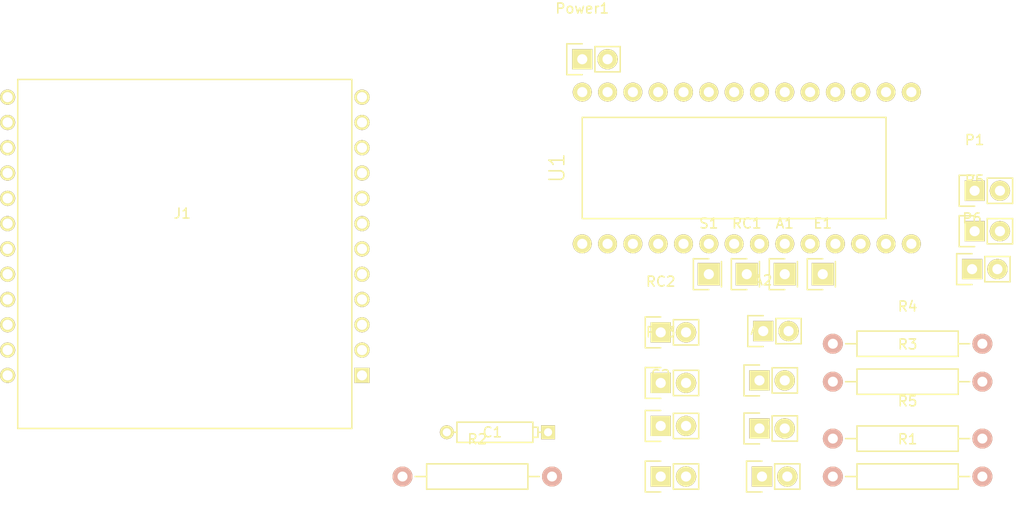
<source format=kicad_pcb>
(kicad_pcb (version 4) (host pcbnew 4.0.1-stable)

  (general
    (links 36)
    (no_connects 36)
    (area 111.9791 74.415 197.365 118.6405)
    (thickness 1.6)
    (drawings 0)
    (tracks 0)
    (zones 0)
    (modules 24)
    (nets 57)
  )

  (page A4)
  (layers
    (0 F.Cu signal)
    (31 B.Cu signal)
    (32 B.Adhes user)
    (33 F.Adhes user)
    (34 B.Paste user)
    (35 F.Paste user)
    (36 B.SilkS user)
    (37 F.SilkS user)
    (38 B.Mask user)
    (39 F.Mask user)
    (40 Dwgs.User user)
    (41 Cmts.User user)
    (42 Eco1.User user)
    (43 Eco2.User user)
    (44 Edge.Cuts user)
    (45 Margin user)
    (46 B.CrtYd user)
    (47 F.CrtYd user)
    (48 B.Fab user)
    (49 F.Fab user)
  )

  (setup
    (last_trace_width 0.25)
    (trace_clearance 0.2)
    (zone_clearance 0.508)
    (zone_45_only no)
    (trace_min 0.2)
    (segment_width 0.2)
    (edge_width 0.1)
    (via_size 0.6)
    (via_drill 0.4)
    (via_min_size 0.4)
    (via_min_drill 0.3)
    (uvia_size 0.3)
    (uvia_drill 0.1)
    (uvias_allowed no)
    (uvia_min_size 0.2)
    (uvia_min_drill 0.1)
    (pcb_text_width 0.3)
    (pcb_text_size 1.5 1.5)
    (mod_edge_width 0.15)
    (mod_text_size 1 1)
    (mod_text_width 0.15)
    (pad_size 1.9 1.9)
    (pad_drill 1.016)
    (pad_to_mask_clearance 0)
    (aux_axis_origin 0 0)
    (visible_elements 7FFFFFFF)
    (pcbplotparams
      (layerselection 0x00030_80000001)
      (usegerberextensions false)
      (excludeedgelayer true)
      (linewidth 0.100000)
      (plotframeref false)
      (viasonmask false)
      (mode 1)
      (useauxorigin false)
      (hpglpennumber 1)
      (hpglpenspeed 20)
      (hpglpendiameter 15)
      (hpglpenoverlay 2)
      (psnegative false)
      (psa4output false)
      (plotreference true)
      (plotvalue true)
      (plotinvisibletext false)
      (padsonsilk false)
      (subtractmaskfromsilk false)
      (outputformat 1)
      (mirror false)
      (drillshape 1)
      (scaleselection 1)
      (outputdirectory ""))
  )

  (net 0 "")
  (net 1 "Net-(A1-Pad1)")
  (net 2 +5V)
  (net 3 "Net-(A2-Pad2)")
  (net 4 "Net-(A3-Pad1)")
  (net 5 "Net-(A3-Pad2)")
  (net 6 "Net-(C1-Pad1)")
  (net 7 Earth)
  (net 8 "Net-(E1-Pad1)")
  (net 9 "Net-(E2-Pad2)")
  (net 10 "Net-(E3-Pad1)")
  (net 11 "Net-(E3-Pad2)")
  (net 12 "Net-(J1-Pad2)")
  (net 13 "Net-(J1-Pad3)")
  (net 14 "Net-(J1-Pad4)")
  (net 15 "Net-(J1-Pad6)")
  (net 16 "Net-(J1-Pad7)")
  (net 17 "Net-(J1-Pad8)")
  (net 18 "Net-(J1-Pad9)")
  (net 19 "Net-(J1-Pad10)")
  (net 20 "Net-(J1-Pad15)")
  (net 21 "Net-(J1-Pad16)")
  (net 22 "Net-(J1-Pad17)")
  (net 23 "Net-(J1-Pad18)")
  (net 24 "Net-(J1-Pad19)")
  (net 25 "Net-(J1-Pad20)")
  (net 26 "Net-(J1-Pad21)")
  (net 27 "Net-(J1-Pad22)")
  (net 28 "Net-(J1-Pad23)")
  (net 29 "Net-(P1-Pad1)")
  (net 30 "Net-(P5-Pad1)")
  (net 31 "Net-(P6-Pad1)")
  (net 32 "Net-(R4-Pad1)")
  (net 33 "Net-(R5-Pad1)")
  (net 34 "Net-(RC1-Pad1)")
  (net 35 "Net-(RC2-Pad2)")
  (net 36 "Net-(RC3-Pad1)")
  (net 37 "Net-(S1-Pad1)")
  (net 38 "Net-(S2-Pad2)")
  (net 39 "Net-(S3-Pad1)")
  (net 40 "Net-(U1-Pad2)")
  (net 41 "Net-(U1-Pad3)")
  (net 42 "Net-(U1-Pad4)")
  (net 43 "Net-(U1-Pad9)")
  (net 44 "Net-(U1-Pad13)")
  (net 45 "Net-(U1-Pad14)")
  (net 46 "Net-(U1-Pad15)")
  (net 47 "Net-(U1-Pad16)")
  (net 48 "Net-(U1-Pad17)")
  (net 49 "Net-(U1-Pad18)")
  (net 50 "Net-(U1-Pad19)")
  (net 51 "Net-(U1-Pad20)")
  (net 52 "Net-(U1-Pad21)")
  (net 53 "Net-(U1-Pad22)")
  (net 54 "Net-(U1-Pad23)")
  (net 55 "Net-(U1-Pad24)")
  (net 56 "Net-(U1-Pad25)")

  (net_class Default "This is the default net class."
    (clearance 0.2)
    (trace_width 0.25)
    (via_dia 0.6)
    (via_drill 0.4)
    (uvia_dia 0.3)
    (uvia_drill 0.1)
    (add_net +5V)
    (add_net Earth)
    (add_net "Net-(A1-Pad1)")
    (add_net "Net-(A2-Pad2)")
    (add_net "Net-(A3-Pad1)")
    (add_net "Net-(A3-Pad2)")
    (add_net "Net-(C1-Pad1)")
    (add_net "Net-(E1-Pad1)")
    (add_net "Net-(E2-Pad2)")
    (add_net "Net-(E3-Pad1)")
    (add_net "Net-(E3-Pad2)")
    (add_net "Net-(J1-Pad10)")
    (add_net "Net-(J1-Pad15)")
    (add_net "Net-(J1-Pad16)")
    (add_net "Net-(J1-Pad17)")
    (add_net "Net-(J1-Pad18)")
    (add_net "Net-(J1-Pad19)")
    (add_net "Net-(J1-Pad2)")
    (add_net "Net-(J1-Pad20)")
    (add_net "Net-(J1-Pad21)")
    (add_net "Net-(J1-Pad22)")
    (add_net "Net-(J1-Pad23)")
    (add_net "Net-(J1-Pad3)")
    (add_net "Net-(J1-Pad4)")
    (add_net "Net-(J1-Pad6)")
    (add_net "Net-(J1-Pad7)")
    (add_net "Net-(J1-Pad8)")
    (add_net "Net-(J1-Pad9)")
    (add_net "Net-(P1-Pad1)")
    (add_net "Net-(P5-Pad1)")
    (add_net "Net-(P6-Pad1)")
    (add_net "Net-(R4-Pad1)")
    (add_net "Net-(R5-Pad1)")
    (add_net "Net-(RC1-Pad1)")
    (add_net "Net-(RC2-Pad2)")
    (add_net "Net-(RC3-Pad1)")
    (add_net "Net-(S1-Pad1)")
    (add_net "Net-(S2-Pad2)")
    (add_net "Net-(S3-Pad1)")
    (add_net "Net-(U1-Pad13)")
    (add_net "Net-(U1-Pad14)")
    (add_net "Net-(U1-Pad15)")
    (add_net "Net-(U1-Pad16)")
    (add_net "Net-(U1-Pad17)")
    (add_net "Net-(U1-Pad18)")
    (add_net "Net-(U1-Pad19)")
    (add_net "Net-(U1-Pad2)")
    (add_net "Net-(U1-Pad20)")
    (add_net "Net-(U1-Pad21)")
    (add_net "Net-(U1-Pad22)")
    (add_net "Net-(U1-Pad23)")
    (add_net "Net-(U1-Pad24)")
    (add_net "Net-(U1-Pad25)")
    (add_net "Net-(U1-Pad3)")
    (add_net "Net-(U1-Pad4)")
    (add_net "Net-(U1-Pad9)")
  )

  (module Socket_Strips:Socket_Strip_Straight_1x01 (layer F.Cu) (tedit 54E9F79C) (tstamp 56EDDC48)
    (at 183.134 93.98)
    (descr "Through hole socket strip")
    (tags "socket strip")
    (path /56EA0027)
    (fp_text reference A1 (at 0 -5.1) (layer F.SilkS)
      (effects (font (size 1 1) (thickness 0.15)))
    )
    (fp_text value CONN_01X01 (at 0 -3.1) (layer F.Fab)
      (effects (font (size 1 1) (thickness 0.15)))
    )
    (fp_line (start -1.75 -1.75) (end -1.75 1.75) (layer F.CrtYd) (width 0.05))
    (fp_line (start 1.75 -1.75) (end 1.75 1.75) (layer F.CrtYd) (width 0.05))
    (fp_line (start -1.75 -1.75) (end 1.75 -1.75) (layer F.CrtYd) (width 0.05))
    (fp_line (start -1.75 1.75) (end 1.75 1.75) (layer F.CrtYd) (width 0.05))
    (fp_line (start 1.27 1.27) (end 1.27 -1.27) (layer F.SilkS) (width 0.15))
    (fp_line (start -1.55 -1.55) (end 0 -1.55) (layer F.SilkS) (width 0.15))
    (fp_line (start -1.55 -1.55) (end -1.55 1.55) (layer F.SilkS) (width 0.15))
    (fp_line (start -1.55 1.55) (end 0 1.55) (layer F.SilkS) (width 0.15))
    (pad 1 thru_hole rect (at 0 0) (size 2.2352 2.2352) (drill 1.016) (layers *.Cu *.Mask F.SilkS)
      (net 1 "Net-(A1-Pad1)"))
    (model Socket_Strips.3dshapes/Socket_Strip_Straight_1x01.wrl
      (at (xyz 0 0 0))
      (scale (xyz 1 1 1))
      (rotate (xyz 0 0 180))
    )
  )

  (module Socket_Strips:Socket_Strip_Straight_1x02 (layer F.Cu) (tedit 54E9F75E) (tstamp 56EDDC4E)
    (at 180.975 99.695)
    (descr "Through hole socket strip")
    (tags "socket strip")
    (path /56E9FDCE)
    (fp_text reference A2 (at 0 -5.1) (layer F.SilkS)
      (effects (font (size 1 1) (thickness 0.15)))
    )
    (fp_text value CONN_01X02 (at 0 -3.1) (layer F.Fab)
      (effects (font (size 1 1) (thickness 0.15)))
    )
    (fp_line (start -1.55 1.55) (end 0 1.55) (layer F.SilkS) (width 0.15))
    (fp_line (start 3.81 1.27) (end 1.27 1.27) (layer F.SilkS) (width 0.15))
    (fp_line (start -1.75 -1.75) (end -1.75 1.75) (layer F.CrtYd) (width 0.05))
    (fp_line (start 4.3 -1.75) (end 4.3 1.75) (layer F.CrtYd) (width 0.05))
    (fp_line (start -1.75 -1.75) (end 4.3 -1.75) (layer F.CrtYd) (width 0.05))
    (fp_line (start -1.75 1.75) (end 4.3 1.75) (layer F.CrtYd) (width 0.05))
    (fp_line (start 1.27 1.27) (end 1.27 -1.27) (layer F.SilkS) (width 0.15))
    (fp_line (start 0 -1.55) (end -1.55 -1.55) (layer F.SilkS) (width 0.15))
    (fp_line (start -1.55 -1.55) (end -1.55 1.55) (layer F.SilkS) (width 0.15))
    (fp_line (start 1.27 -1.27) (end 3.81 -1.27) (layer F.SilkS) (width 0.15))
    (fp_line (start 3.81 -1.27) (end 3.81 1.27) (layer F.SilkS) (width 0.15))
    (pad 1 thru_hole rect (at 0 0) (size 2.032 2.032) (drill 1.016) (layers *.Cu *.Mask F.SilkS)
      (net 2 +5V))
    (pad 2 thru_hole oval (at 2.54 0) (size 2.032 2.032) (drill 1.016) (layers *.Cu *.Mask F.SilkS)
      (net 3 "Net-(A2-Pad2)"))
    (model Socket_Strips.3dshapes/Socket_Strip_Straight_1x02.wrl
      (at (xyz 0.05 0 0))
      (scale (xyz 1 1 1))
      (rotate (xyz 0 0 180))
    )
  )

  (module Socket_Strips:Socket_Strip_Straight_1x02 (layer F.Cu) (tedit 54E9F75E) (tstamp 56EDDC54)
    (at 180.594 104.648)
    (descr "Through hole socket strip")
    (tags "socket strip")
    (path /56E9FCDB)
    (fp_text reference A3 (at 0 -5.1) (layer F.SilkS)
      (effects (font (size 1 1) (thickness 0.15)))
    )
    (fp_text value CONN_01X02 (at 0 -3.1) (layer F.Fab)
      (effects (font (size 1 1) (thickness 0.15)))
    )
    (fp_line (start -1.55 1.55) (end 0 1.55) (layer F.SilkS) (width 0.15))
    (fp_line (start 3.81 1.27) (end 1.27 1.27) (layer F.SilkS) (width 0.15))
    (fp_line (start -1.75 -1.75) (end -1.75 1.75) (layer F.CrtYd) (width 0.05))
    (fp_line (start 4.3 -1.75) (end 4.3 1.75) (layer F.CrtYd) (width 0.05))
    (fp_line (start -1.75 -1.75) (end 4.3 -1.75) (layer F.CrtYd) (width 0.05))
    (fp_line (start -1.75 1.75) (end 4.3 1.75) (layer F.CrtYd) (width 0.05))
    (fp_line (start 1.27 1.27) (end 1.27 -1.27) (layer F.SilkS) (width 0.15))
    (fp_line (start 0 -1.55) (end -1.55 -1.55) (layer F.SilkS) (width 0.15))
    (fp_line (start -1.55 -1.55) (end -1.55 1.55) (layer F.SilkS) (width 0.15))
    (fp_line (start 1.27 -1.27) (end 3.81 -1.27) (layer F.SilkS) (width 0.15))
    (fp_line (start 3.81 -1.27) (end 3.81 1.27) (layer F.SilkS) (width 0.15))
    (pad 1 thru_hole rect (at 0 0) (size 2.032 2.032) (drill 1.016) (layers *.Cu *.Mask F.SilkS)
      (net 4 "Net-(A3-Pad1)"))
    (pad 2 thru_hole oval (at 2.54 0) (size 2.032 2.032) (drill 1.016) (layers *.Cu *.Mask F.SilkS)
      (net 5 "Net-(A3-Pad2)"))
    (model Socket_Strips.3dshapes/Socket_Strip_Straight_1x02.wrl
      (at (xyz 0.05 0 0))
      (scale (xyz 1 1 1))
      (rotate (xyz 0 0 180))
    )
  )

  (module Discret:CP4 (layer F.Cu) (tedit 0) (tstamp 56EDDC5A)
    (at 154.305 109.855 180)
    (descr "Condensateur polarise")
    (tags CP)
    (path /56E894F1)
    (fp_text reference C1 (at 0.508 0 180) (layer F.SilkS)
      (effects (font (size 1 1) (thickness 0.15)))
    )
    (fp_text value 10uF (at 0.508 0 180) (layer F.Fab)
      (effects (font (size 1 1) (thickness 0.15)))
    )
    (fp_line (start 5.08 0) (end 4.064 0) (layer F.SilkS) (width 0.15))
    (fp_line (start 4.064 0) (end 4.064 1.016) (layer F.SilkS) (width 0.15))
    (fp_line (start 4.064 1.016) (end -3.556 1.016) (layer F.SilkS) (width 0.15))
    (fp_line (start -3.556 1.016) (end -3.556 -1.016) (layer F.SilkS) (width 0.15))
    (fp_line (start -3.556 -1.016) (end 4.064 -1.016) (layer F.SilkS) (width 0.15))
    (fp_line (start 4.064 -1.016) (end 4.064 0) (layer F.SilkS) (width 0.15))
    (fp_line (start -5.08 0) (end -4.064 0) (layer F.SilkS) (width 0.15))
    (fp_line (start -3.556 0.508) (end -4.064 0.508) (layer F.SilkS) (width 0.15))
    (fp_line (start -4.064 0.508) (end -4.064 -0.508) (layer F.SilkS) (width 0.15))
    (fp_line (start -4.064 -0.508) (end -3.556 -0.508) (layer F.SilkS) (width 0.15))
    (pad 1 thru_hole rect (at -5.08 0 180) (size 1.397 1.397) (drill 0.8128) (layers *.Cu *.Mask F.SilkS)
      (net 6 "Net-(C1-Pad1)"))
    (pad 2 thru_hole circle (at 5.08 0 180) (size 1.397 1.397) (drill 0.8128) (layers *.Cu *.Mask F.SilkS)
      (net 7 Earth))
    (model Discret.3dshapes/CP4.wrl
      (at (xyz 0 0 0))
      (scale (xyz 0.4 0.4 0.4))
      (rotate (xyz 0 0 0))
    )
  )

  (module Socket_Strips:Socket_Strip_Straight_1x01 (layer F.Cu) (tedit 54E9F79C) (tstamp 56EDDC5F)
    (at 186.944 93.98)
    (descr "Through hole socket strip")
    (tags "socket strip")
    (path /56EA3A8E)
    (fp_text reference E1 (at 0 -5.1) (layer F.SilkS)
      (effects (font (size 1 1) (thickness 0.15)))
    )
    (fp_text value CONN_01X01 (at 0 -3.1) (layer F.Fab)
      (effects (font (size 1 1) (thickness 0.15)))
    )
    (fp_line (start -1.75 -1.75) (end -1.75 1.75) (layer F.CrtYd) (width 0.05))
    (fp_line (start 1.75 -1.75) (end 1.75 1.75) (layer F.CrtYd) (width 0.05))
    (fp_line (start -1.75 -1.75) (end 1.75 -1.75) (layer F.CrtYd) (width 0.05))
    (fp_line (start -1.75 1.75) (end 1.75 1.75) (layer F.CrtYd) (width 0.05))
    (fp_line (start 1.27 1.27) (end 1.27 -1.27) (layer F.SilkS) (width 0.15))
    (fp_line (start -1.55 -1.55) (end 0 -1.55) (layer F.SilkS) (width 0.15))
    (fp_line (start -1.55 -1.55) (end -1.55 1.55) (layer F.SilkS) (width 0.15))
    (fp_line (start -1.55 1.55) (end 0 1.55) (layer F.SilkS) (width 0.15))
    (pad 1 thru_hole rect (at 0 0) (size 2.2352 2.2352) (drill 1.016) (layers *.Cu *.Mask F.SilkS)
      (net 8 "Net-(E1-Pad1)"))
    (model Socket_Strips.3dshapes/Socket_Strip_Straight_1x01.wrl
      (at (xyz 0 0 0))
      (scale (xyz 1 1 1))
      (rotate (xyz 0 0 180))
    )
  )

  (module Socket_Strips:Socket_Strip_Straight_1x02 (layer F.Cu) (tedit 54E9F75E) (tstamp 56EDDC65)
    (at 180.594 109.474)
    (descr "Through hole socket strip")
    (tags "socket strip")
    (path /56EA3DD0)
    (fp_text reference E2 (at 0 -5.1) (layer F.SilkS)
      (effects (font (size 1 1) (thickness 0.15)))
    )
    (fp_text value CONN_01X02 (at 0 -3.1) (layer F.Fab)
      (effects (font (size 1 1) (thickness 0.15)))
    )
    (fp_line (start -1.55 1.55) (end 0 1.55) (layer F.SilkS) (width 0.15))
    (fp_line (start 3.81 1.27) (end 1.27 1.27) (layer F.SilkS) (width 0.15))
    (fp_line (start -1.75 -1.75) (end -1.75 1.75) (layer F.CrtYd) (width 0.05))
    (fp_line (start 4.3 -1.75) (end 4.3 1.75) (layer F.CrtYd) (width 0.05))
    (fp_line (start -1.75 -1.75) (end 4.3 -1.75) (layer F.CrtYd) (width 0.05))
    (fp_line (start -1.75 1.75) (end 4.3 1.75) (layer F.CrtYd) (width 0.05))
    (fp_line (start 1.27 1.27) (end 1.27 -1.27) (layer F.SilkS) (width 0.15))
    (fp_line (start 0 -1.55) (end -1.55 -1.55) (layer F.SilkS) (width 0.15))
    (fp_line (start -1.55 -1.55) (end -1.55 1.55) (layer F.SilkS) (width 0.15))
    (fp_line (start 1.27 -1.27) (end 3.81 -1.27) (layer F.SilkS) (width 0.15))
    (fp_line (start 3.81 -1.27) (end 3.81 1.27) (layer F.SilkS) (width 0.15))
    (pad 1 thru_hole rect (at 0 0) (size 2.032 2.032) (drill 1.016) (layers *.Cu *.Mask F.SilkS)
      (net 2 +5V))
    (pad 2 thru_hole oval (at 2.54 0) (size 2.032 2.032) (drill 1.016) (layers *.Cu *.Mask F.SilkS)
      (net 9 "Net-(E2-Pad2)"))
    (model Socket_Strips.3dshapes/Socket_Strip_Straight_1x02.wrl
      (at (xyz 0.05 0 0))
      (scale (xyz 1 1 1))
      (rotate (xyz 0 0 180))
    )
  )

  (module Socket_Strips:Socket_Strip_Straight_1x02 (layer F.Cu) (tedit 54E9F75E) (tstamp 56EDDC6B)
    (at 180.848 114.3)
    (descr "Through hole socket strip")
    (tags "socket strip")
    (path /56EA3C53)
    (fp_text reference E3 (at 0 -5.1) (layer F.SilkS)
      (effects (font (size 1 1) (thickness 0.15)))
    )
    (fp_text value CONN_01X02 (at 0 -3.1) (layer F.Fab)
      (effects (font (size 1 1) (thickness 0.15)))
    )
    (fp_line (start -1.55 1.55) (end 0 1.55) (layer F.SilkS) (width 0.15))
    (fp_line (start 3.81 1.27) (end 1.27 1.27) (layer F.SilkS) (width 0.15))
    (fp_line (start -1.75 -1.75) (end -1.75 1.75) (layer F.CrtYd) (width 0.05))
    (fp_line (start 4.3 -1.75) (end 4.3 1.75) (layer F.CrtYd) (width 0.05))
    (fp_line (start -1.75 -1.75) (end 4.3 -1.75) (layer F.CrtYd) (width 0.05))
    (fp_line (start -1.75 1.75) (end 4.3 1.75) (layer F.CrtYd) (width 0.05))
    (fp_line (start 1.27 1.27) (end 1.27 -1.27) (layer F.SilkS) (width 0.15))
    (fp_line (start 0 -1.55) (end -1.55 -1.55) (layer F.SilkS) (width 0.15))
    (fp_line (start -1.55 -1.55) (end -1.55 1.55) (layer F.SilkS) (width 0.15))
    (fp_line (start 1.27 -1.27) (end 3.81 -1.27) (layer F.SilkS) (width 0.15))
    (fp_line (start 3.81 -1.27) (end 3.81 1.27) (layer F.SilkS) (width 0.15))
    (pad 1 thru_hole rect (at 0 0) (size 2.032 2.032) (drill 1.016) (layers *.Cu *.Mask F.SilkS)
      (net 10 "Net-(E3-Pad1)"))
    (pad 2 thru_hole oval (at 2.54 0) (size 2.032 2.032) (drill 1.016) (layers *.Cu *.Mask F.SilkS)
      (net 11 "Net-(E3-Pad2)"))
    (model Socket_Strips.3dshapes/Socket_Strip_Straight_1x02.wrl
      (at (xyz 0.05 0 0))
      (scale (xyz 1 1 1))
      (rotate (xyz 0 0 180))
    )
  )

  (module EVM-915_DTS:EVM-915-DTS-Shape (layer F.Cu) (tedit 56EDDBDD) (tstamp 56EDDC87)
    (at 140.716 104.14 180)
    (path /56EA2310)
    (fp_text reference J1 (at 18.034 16.256 180) (layer F.SilkS)
      (effects (font (size 1 1) (thickness 0.15)))
    )
    (fp_text value EVM-915-DTS (at 18.288 10.922 180) (layer F.Fab)
      (effects (font (size 1 1) (thickness 0.15)))
    )
    (fp_line (start 34.544 -5.334) (end 34.544 29.718) (layer F.SilkS) (width 0.15))
    (fp_line (start 34.544 29.718) (end 1.016 29.718) (layer F.SilkS) (width 0.15))
    (fp_line (start 1.016 29.718) (end 1.016 -5.334) (layer F.SilkS) (width 0.15))
    (fp_line (start 1.016 -5.334) (end 34.544 -5.334) (layer F.SilkS) (width 0.15))
    (pad 1 thru_hole rect (at 0 0 180) (size 1.524 1.524) (drill 1.016) (layers *.Cu *.Mask F.SilkS)
      (net 6 "Net-(C1-Pad1)"))
    (pad 2 thru_hole circle (at 0 2.54 180) (size 1.524 1.524) (drill 1.016) (layers *.Cu *.Mask F.SilkS)
      (net 12 "Net-(J1-Pad2)"))
    (pad 3 thru_hole circle (at 0 5.08 180) (size 1.524 1.524) (drill 1.016) (layers *.Cu *.Mask F.SilkS)
      (net 13 "Net-(J1-Pad3)"))
    (pad 4 thru_hole circle (at 0 7.62 180) (size 1.524 1.524) (drill 1.016) (layers *.Cu *.Mask F.SilkS)
      (net 14 "Net-(J1-Pad4)"))
    (pad 5 thru_hole circle (at 0 10.16 180) (size 1.524 1.524) (drill 1.016) (layers *.Cu *.Mask F.SilkS)
      (net 2 +5V))
    (pad 6 thru_hole circle (at 0 12.7 180) (size 1.524 1.524) (drill 1.016) (layers *.Cu *.Mask F.SilkS)
      (net 15 "Net-(J1-Pad6)"))
    (pad 7 thru_hole circle (at 0 15.24 180) (size 1.524 1.524) (drill 1.016) (layers *.Cu *.Mask F.SilkS)
      (net 16 "Net-(J1-Pad7)"))
    (pad 8 thru_hole circle (at 0 17.78 180) (size 1.524 1.524) (drill 1.016) (layers *.Cu *.Mask F.SilkS)
      (net 17 "Net-(J1-Pad8)"))
    (pad 9 thru_hole circle (at 0 20.32 180) (size 1.524 1.524) (drill 1.016) (layers *.Cu *.Mask F.SilkS)
      (net 18 "Net-(J1-Pad9)"))
    (pad 10 thru_hole circle (at 0 22.86 180) (size 1.524 1.524) (drill 1.016) (layers *.Cu *.Mask F.SilkS)
      (net 19 "Net-(J1-Pad10)"))
    (pad 11 thru_hole circle (at 0 25.4 180) (size 1.524 1.524) (drill 1.016) (layers *.Cu *.Mask F.SilkS)
      (net 7 Earth))
    (pad 12 thru_hole circle (at 0 27.94 180) (size 1.524 1.524) (drill 1.016) (layers *.Cu *.Mask F.SilkS)
      (net 7 Earth))
    (pad 13 thru_hole circle (at 35.56 27.94 180) (size 1.524 1.524) (drill 1.016) (layers *.Cu *.Mask F.SilkS)
      (net 7 Earth))
    (pad 14 thru_hole circle (at 35.56 25.4 180) (size 1.524 1.524) (drill 1.016) (layers *.Cu *.Mask F.SilkS)
      (net 7 Earth))
    (pad 15 thru_hole circle (at 35.56 22.86 180) (size 1.524 1.524) (drill 1.016) (layers *.Cu *.Mask F.SilkS)
      (net 20 "Net-(J1-Pad15)"))
    (pad 16 thru_hole circle (at 35.56 20.32 180) (size 1.524 1.524) (drill 1.016) (layers *.Cu *.Mask F.SilkS)
      (net 21 "Net-(J1-Pad16)"))
    (pad 17 thru_hole circle (at 35.56 17.78 180) (size 1.524 1.524) (drill 1.016) (layers *.Cu *.Mask F.SilkS)
      (net 22 "Net-(J1-Pad17)"))
    (pad 18 thru_hole circle (at 35.56 15.24 180) (size 1.524 1.524) (drill 1.016) (layers *.Cu *.Mask F.SilkS)
      (net 23 "Net-(J1-Pad18)"))
    (pad 19 thru_hole circle (at 35.56 12.7 180) (size 1.524 1.524) (drill 1.016) (layers *.Cu *.Mask F.SilkS)
      (net 24 "Net-(J1-Pad19)"))
    (pad 20 thru_hole circle (at 35.56 10.16 180) (size 1.524 1.524) (drill 1.016) (layers *.Cu *.Mask F.SilkS)
      (net 25 "Net-(J1-Pad20)"))
    (pad 21 thru_hole circle (at 35.56 7.62 180) (size 1.524 1.524) (drill 1.016) (layers *.Cu *.Mask F.SilkS)
      (net 26 "Net-(J1-Pad21)"))
    (pad 22 thru_hole circle (at 35.56 5.08 180) (size 1.524 1.524) (drill 1.016) (layers *.Cu *.Mask F.SilkS)
      (net 27 "Net-(J1-Pad22)"))
    (pad 23 thru_hole circle (at 35.56 2.54 180) (size 1.524 1.524) (drill 1.016) (layers *.Cu *.Mask F.SilkS)
      (net 28 "Net-(J1-Pad23)"))
    (pad 24 thru_hole circle (at 35.56 0 180) (size 1.524 1.524) (drill 1.016) (layers *.Cu *.Mask F.SilkS)
      (net 28 "Net-(J1-Pad23)"))
  )

  (module Socket_Strips:Socket_Strip_Straight_1x02 (layer F.Cu) (tedit 54E9F75E) (tstamp 56EDDC8D)
    (at 202.184 85.598)
    (descr "Through hole socket strip")
    (tags "socket strip")
    (path /56E9F687)
    (fp_text reference P1 (at 0 -5.1) (layer F.SilkS)
      (effects (font (size 1 1) (thickness 0.15)))
    )
    (fp_text value CONN_01X02 (at 0 -3.1) (layer F.Fab)
      (effects (font (size 1 1) (thickness 0.15)))
    )
    (fp_line (start -1.55 1.55) (end 0 1.55) (layer F.SilkS) (width 0.15))
    (fp_line (start 3.81 1.27) (end 1.27 1.27) (layer F.SilkS) (width 0.15))
    (fp_line (start -1.75 -1.75) (end -1.75 1.75) (layer F.CrtYd) (width 0.05))
    (fp_line (start 4.3 -1.75) (end 4.3 1.75) (layer F.CrtYd) (width 0.05))
    (fp_line (start -1.75 -1.75) (end 4.3 -1.75) (layer F.CrtYd) (width 0.05))
    (fp_line (start -1.75 1.75) (end 4.3 1.75) (layer F.CrtYd) (width 0.05))
    (fp_line (start 1.27 1.27) (end 1.27 -1.27) (layer F.SilkS) (width 0.15))
    (fp_line (start 0 -1.55) (end -1.55 -1.55) (layer F.SilkS) (width 0.15))
    (fp_line (start -1.55 -1.55) (end -1.55 1.55) (layer F.SilkS) (width 0.15))
    (fp_line (start 1.27 -1.27) (end 3.81 -1.27) (layer F.SilkS) (width 0.15))
    (fp_line (start 3.81 -1.27) (end 3.81 1.27) (layer F.SilkS) (width 0.15))
    (pad 1 thru_hole rect (at 0 0) (size 2.032 2.032) (drill 1.016) (layers *.Cu *.Mask F.SilkS)
      (net 29 "Net-(P1-Pad1)"))
    (pad 2 thru_hole oval (at 2.54 0) (size 2.032 2.032) (drill 1.016) (layers *.Cu *.Mask F.SilkS)
      (net 7 Earth))
    (model Socket_Strips.3dshapes/Socket_Strip_Straight_1x02.wrl
      (at (xyz 0.05 0 0))
      (scale (xyz 1 1 1))
      (rotate (xyz 0 0 180))
    )
  )

  (module Socket_Strips:Socket_Strip_Straight_1x02 (layer F.Cu) (tedit 54E9F75E) (tstamp 56EDDC93)
    (at 202.184 89.662)
    (descr "Through hole socket strip")
    (tags "socket strip")
    (path /56EA0C40)
    (fp_text reference P5 (at 0 -5.1) (layer F.SilkS)
      (effects (font (size 1 1) (thickness 0.15)))
    )
    (fp_text value CONN_01X02 (at 0 -3.1) (layer F.Fab)
      (effects (font (size 1 1) (thickness 0.15)))
    )
    (fp_line (start -1.55 1.55) (end 0 1.55) (layer F.SilkS) (width 0.15))
    (fp_line (start 3.81 1.27) (end 1.27 1.27) (layer F.SilkS) (width 0.15))
    (fp_line (start -1.75 -1.75) (end -1.75 1.75) (layer F.CrtYd) (width 0.05))
    (fp_line (start 4.3 -1.75) (end 4.3 1.75) (layer F.CrtYd) (width 0.05))
    (fp_line (start -1.75 -1.75) (end 4.3 -1.75) (layer F.CrtYd) (width 0.05))
    (fp_line (start -1.75 1.75) (end 4.3 1.75) (layer F.CrtYd) (width 0.05))
    (fp_line (start 1.27 1.27) (end 1.27 -1.27) (layer F.SilkS) (width 0.15))
    (fp_line (start 0 -1.55) (end -1.55 -1.55) (layer F.SilkS) (width 0.15))
    (fp_line (start -1.55 -1.55) (end -1.55 1.55) (layer F.SilkS) (width 0.15))
    (fp_line (start 1.27 -1.27) (end 3.81 -1.27) (layer F.SilkS) (width 0.15))
    (fp_line (start 3.81 -1.27) (end 3.81 1.27) (layer F.SilkS) (width 0.15))
    (pad 1 thru_hole rect (at 0 0) (size 2.032 2.032) (drill 1.016) (layers *.Cu *.Mask F.SilkS)
      (net 30 "Net-(P5-Pad1)"))
    (pad 2 thru_hole oval (at 2.54 0) (size 2.032 2.032) (drill 1.016) (layers *.Cu *.Mask F.SilkS)
      (net 7 Earth))
    (model Socket_Strips.3dshapes/Socket_Strip_Straight_1x02.wrl
      (at (xyz 0.05 0 0))
      (scale (xyz 1 1 1))
      (rotate (xyz 0 0 180))
    )
  )

  (module Socket_Strips:Socket_Strip_Straight_1x02 (layer F.Cu) (tedit 54E9F75E) (tstamp 56EDDC99)
    (at 201.93 93.472)
    (descr "Through hole socket strip")
    (tags "socket strip")
    (path /56EA0C81)
    (fp_text reference P6 (at 0 -5.1) (layer F.SilkS)
      (effects (font (size 1 1) (thickness 0.15)))
    )
    (fp_text value CONN_01X02 (at 0 -3.1) (layer F.Fab)
      (effects (font (size 1 1) (thickness 0.15)))
    )
    (fp_line (start -1.55 1.55) (end 0 1.55) (layer F.SilkS) (width 0.15))
    (fp_line (start 3.81 1.27) (end 1.27 1.27) (layer F.SilkS) (width 0.15))
    (fp_line (start -1.75 -1.75) (end -1.75 1.75) (layer F.CrtYd) (width 0.05))
    (fp_line (start 4.3 -1.75) (end 4.3 1.75) (layer F.CrtYd) (width 0.05))
    (fp_line (start -1.75 -1.75) (end 4.3 -1.75) (layer F.CrtYd) (width 0.05))
    (fp_line (start -1.75 1.75) (end 4.3 1.75) (layer F.CrtYd) (width 0.05))
    (fp_line (start 1.27 1.27) (end 1.27 -1.27) (layer F.SilkS) (width 0.15))
    (fp_line (start 0 -1.55) (end -1.55 -1.55) (layer F.SilkS) (width 0.15))
    (fp_line (start -1.55 -1.55) (end -1.55 1.55) (layer F.SilkS) (width 0.15))
    (fp_line (start 1.27 -1.27) (end 3.81 -1.27) (layer F.SilkS) (width 0.15))
    (fp_line (start 3.81 -1.27) (end 3.81 1.27) (layer F.SilkS) (width 0.15))
    (pad 1 thru_hole rect (at 0 0) (size 2.032 2.032) (drill 1.016) (layers *.Cu *.Mask F.SilkS)
      (net 31 "Net-(P6-Pad1)"))
    (pad 2 thru_hole oval (at 2.54 0) (size 2.032 2.032) (drill 1.016) (layers *.Cu *.Mask F.SilkS)
      (net 7 Earth))
    (model Socket_Strips.3dshapes/Socket_Strip_Straight_1x02.wrl
      (at (xyz 0.05 0 0))
      (scale (xyz 1 1 1))
      (rotate (xyz 0 0 180))
    )
  )

  (module Socket_Strips:Socket_Strip_Straight_1x02 (layer F.Cu) (tedit 54E9F75E) (tstamp 56EDDC9F)
    (at 162.814 72.39)
    (descr "Through hole socket strip")
    (tags "socket strip")
    (path /56EDE6C6)
    (fp_text reference Power1 (at 0 -5.1) (layer F.SilkS)
      (effects (font (size 1 1) (thickness 0.15)))
    )
    (fp_text value CONN_01X02 (at 0 -3.1) (layer F.Fab)
      (effects (font (size 1 1) (thickness 0.15)))
    )
    (fp_line (start -1.55 1.55) (end 0 1.55) (layer F.SilkS) (width 0.15))
    (fp_line (start 3.81 1.27) (end 1.27 1.27) (layer F.SilkS) (width 0.15))
    (fp_line (start -1.75 -1.75) (end -1.75 1.75) (layer F.CrtYd) (width 0.05))
    (fp_line (start 4.3 -1.75) (end 4.3 1.75) (layer F.CrtYd) (width 0.05))
    (fp_line (start -1.75 -1.75) (end 4.3 -1.75) (layer F.CrtYd) (width 0.05))
    (fp_line (start -1.75 1.75) (end 4.3 1.75) (layer F.CrtYd) (width 0.05))
    (fp_line (start 1.27 1.27) (end 1.27 -1.27) (layer F.SilkS) (width 0.15))
    (fp_line (start 0 -1.55) (end -1.55 -1.55) (layer F.SilkS) (width 0.15))
    (fp_line (start -1.55 -1.55) (end -1.55 1.55) (layer F.SilkS) (width 0.15))
    (fp_line (start 1.27 -1.27) (end 3.81 -1.27) (layer F.SilkS) (width 0.15))
    (fp_line (start 3.81 -1.27) (end 3.81 1.27) (layer F.SilkS) (width 0.15))
    (pad 1 thru_hole rect (at 0 0) (size 2.032 2.032) (drill 1.016) (layers *.Cu *.Mask F.SilkS)
      (net 2 +5V))
    (pad 2 thru_hole oval (at 2.54 0) (size 2.032 2.032) (drill 1.016) (layers *.Cu *.Mask F.SilkS)
      (net 7 Earth))
    (model Socket_Strips.3dshapes/Socket_Strip_Straight_1x02.wrl
      (at (xyz 0.05 0 0))
      (scale (xyz 1 1 1))
      (rotate (xyz 0 0 180))
    )
  )

  (module Resistors_ThroughHole:Resistor_Horizontal_RM15mm (layer F.Cu) (tedit 569FCEE8) (tstamp 56EDDCA5)
    (at 187.96 114.3)
    (descr "Resistor, Axial, RM 15mm,")
    (tags "Resistor Axial RM 15mm")
    (path /56D7E073)
    (fp_text reference R1 (at 7.5 -3.74904) (layer F.SilkS)
      (effects (font (size 1 1) (thickness 0.15)))
    )
    (fp_text value 10k (at 7.5 4.0005) (layer F.Fab)
      (effects (font (size 1 1) (thickness 0.15)))
    )
    (fp_line (start -1.25 1.5) (end -1.25 -1.5) (layer F.CrtYd) (width 0.05))
    (fp_line (start -1.25 -1.5) (end 16.25 -1.5) (layer F.CrtYd) (width 0.05))
    (fp_line (start 16.25 -1.5) (end 16.25 1.5) (layer F.CrtYd) (width 0.05))
    (fp_line (start 16.25 1.5) (end -1.25 1.5) (layer F.CrtYd) (width 0.05))
    (fp_line (start 2.42 -1.27) (end 2.42 1.27) (layer F.SilkS) (width 0.15))
    (fp_line (start 2.42 1.27) (end 12.58 1.27) (layer F.SilkS) (width 0.15))
    (fp_line (start 12.58 1.27) (end 12.58 -1.27) (layer F.SilkS) (width 0.15))
    (fp_line (start 12.58 -1.27) (end 2.42 -1.27) (layer F.SilkS) (width 0.15))
    (fp_line (start 13.73 0) (end 12.58 0) (layer F.SilkS) (width 0.15))
    (fp_line (start 1.27 0) (end 2.42 0) (layer F.SilkS) (width 0.15))
    (pad 1 thru_hole circle (at 0 0) (size 1.99898 1.99898) (drill 1.00076) (layers *.Cu *.SilkS *.Mask)
      (net 10 "Net-(E3-Pad1)"))
    (pad 2 thru_hole circle (at 15 0) (size 1.99898 1.99898) (drill 1.00076) (layers *.Cu *.SilkS *.Mask)
      (net 7 Earth))
    (model Resistors_ThroughHole.3dshapes/Resistor_Horizontal_RM15mm.wrl
      (at (xyz 0.295 0 0))
      (scale (xyz 0.395 0.4 0.4))
      (rotate (xyz 0 0 0))
    )
  )

  (module Resistors_ThroughHole:Resistor_Horizontal_RM15mm (layer F.Cu) (tedit 569FCEE8) (tstamp 56EDDCAB)
    (at 144.78 114.3)
    (descr "Resistor, Axial, RM 15mm,")
    (tags "Resistor Axial RM 15mm")
    (path /56E892C9)
    (fp_text reference R2 (at 7.5 -3.74904) (layer F.SilkS)
      (effects (font (size 1 1) (thickness 0.15)))
    )
    (fp_text value 10 (at 7.5 4.0005) (layer F.Fab)
      (effects (font (size 1 1) (thickness 0.15)))
    )
    (fp_line (start -1.25 1.5) (end -1.25 -1.5) (layer F.CrtYd) (width 0.05))
    (fp_line (start -1.25 -1.5) (end 16.25 -1.5) (layer F.CrtYd) (width 0.05))
    (fp_line (start 16.25 -1.5) (end 16.25 1.5) (layer F.CrtYd) (width 0.05))
    (fp_line (start 16.25 1.5) (end -1.25 1.5) (layer F.CrtYd) (width 0.05))
    (fp_line (start 2.42 -1.27) (end 2.42 1.27) (layer F.SilkS) (width 0.15))
    (fp_line (start 2.42 1.27) (end 12.58 1.27) (layer F.SilkS) (width 0.15))
    (fp_line (start 12.58 1.27) (end 12.58 -1.27) (layer F.SilkS) (width 0.15))
    (fp_line (start 12.58 -1.27) (end 2.42 -1.27) (layer F.SilkS) (width 0.15))
    (fp_line (start 13.73 0) (end 12.58 0) (layer F.SilkS) (width 0.15))
    (fp_line (start 1.27 0) (end 2.42 0) (layer F.SilkS) (width 0.15))
    (pad 1 thru_hole circle (at 0 0) (size 1.99898 1.99898) (drill 1.00076) (layers *.Cu *.SilkS *.Mask)
      (net 2 +5V))
    (pad 2 thru_hole circle (at 15 0) (size 1.99898 1.99898) (drill 1.00076) (layers *.Cu *.SilkS *.Mask)
      (net 6 "Net-(C1-Pad1)"))
    (model Resistors_ThroughHole.3dshapes/Resistor_Horizontal_RM15mm.wrl
      (at (xyz 0.295 0 0))
      (scale (xyz 0.395 0.4 0.4))
      (rotate (xyz 0 0 0))
    )
  )

  (module Resistors_ThroughHole:Resistor_Horizontal_RM15mm (layer F.Cu) (tedit 569FCEE8) (tstamp 56EDDCB1)
    (at 187.96 104.775)
    (descr "Resistor, Axial, RM 15mm,")
    (tags "Resistor Axial RM 15mm")
    (path /56D79733)
    (fp_text reference R3 (at 7.5 -3.74904) (layer F.SilkS)
      (effects (font (size 1 1) (thickness 0.15)))
    )
    (fp_text value 10k (at 7.5 4.0005) (layer F.Fab)
      (effects (font (size 1 1) (thickness 0.15)))
    )
    (fp_line (start -1.25 1.5) (end -1.25 -1.5) (layer F.CrtYd) (width 0.05))
    (fp_line (start -1.25 -1.5) (end 16.25 -1.5) (layer F.CrtYd) (width 0.05))
    (fp_line (start 16.25 -1.5) (end 16.25 1.5) (layer F.CrtYd) (width 0.05))
    (fp_line (start 16.25 1.5) (end -1.25 1.5) (layer F.CrtYd) (width 0.05))
    (fp_line (start 2.42 -1.27) (end 2.42 1.27) (layer F.SilkS) (width 0.15))
    (fp_line (start 2.42 1.27) (end 12.58 1.27) (layer F.SilkS) (width 0.15))
    (fp_line (start 12.58 1.27) (end 12.58 -1.27) (layer F.SilkS) (width 0.15))
    (fp_line (start 12.58 -1.27) (end 2.42 -1.27) (layer F.SilkS) (width 0.15))
    (fp_line (start 13.73 0) (end 12.58 0) (layer F.SilkS) (width 0.15))
    (fp_line (start 1.27 0) (end 2.42 0) (layer F.SilkS) (width 0.15))
    (pad 1 thru_hole circle (at 0 0) (size 1.99898 1.99898) (drill 1.00076) (layers *.Cu *.SilkS *.Mask)
      (net 5 "Net-(A3-Pad2)"))
    (pad 2 thru_hole circle (at 15 0) (size 1.99898 1.99898) (drill 1.00076) (layers *.Cu *.SilkS *.Mask)
      (net 7 Earth))
    (model Resistors_ThroughHole.3dshapes/Resistor_Horizontal_RM15mm.wrl
      (at (xyz 0.295 0 0))
      (scale (xyz 0.395 0.4 0.4))
      (rotate (xyz 0 0 0))
    )
  )

  (module Resistors_ThroughHole:Resistor_Horizontal_RM15mm (layer F.Cu) (tedit 569FCEE8) (tstamp 56EDDCB7)
    (at 187.96 100.965)
    (descr "Resistor, Axial, RM 15mm,")
    (tags "Resistor Axial RM 15mm")
    (path /56D796B2)
    (fp_text reference R4 (at 7.5 -3.74904) (layer F.SilkS)
      (effects (font (size 1 1) (thickness 0.15)))
    )
    (fp_text value 10k (at 7.5 4.0005) (layer F.Fab)
      (effects (font (size 1 1) (thickness 0.15)))
    )
    (fp_line (start -1.25 1.5) (end -1.25 -1.5) (layer F.CrtYd) (width 0.05))
    (fp_line (start -1.25 -1.5) (end 16.25 -1.5) (layer F.CrtYd) (width 0.05))
    (fp_line (start 16.25 -1.5) (end 16.25 1.5) (layer F.CrtYd) (width 0.05))
    (fp_line (start 16.25 1.5) (end -1.25 1.5) (layer F.CrtYd) (width 0.05))
    (fp_line (start 2.42 -1.27) (end 2.42 1.27) (layer F.SilkS) (width 0.15))
    (fp_line (start 2.42 1.27) (end 12.58 1.27) (layer F.SilkS) (width 0.15))
    (fp_line (start 12.58 1.27) (end 12.58 -1.27) (layer F.SilkS) (width 0.15))
    (fp_line (start 12.58 -1.27) (end 2.42 -1.27) (layer F.SilkS) (width 0.15))
    (fp_line (start 13.73 0) (end 12.58 0) (layer F.SilkS) (width 0.15))
    (fp_line (start 1.27 0) (end 2.42 0) (layer F.SilkS) (width 0.15))
    (pad 1 thru_hole circle (at 0 0) (size 1.99898 1.99898) (drill 1.00076) (layers *.Cu *.SilkS *.Mask)
      (net 32 "Net-(R4-Pad1)"))
    (pad 2 thru_hole circle (at 15 0) (size 1.99898 1.99898) (drill 1.00076) (layers *.Cu *.SilkS *.Mask)
      (net 7 Earth))
    (model Resistors_ThroughHole.3dshapes/Resistor_Horizontal_RM15mm.wrl
      (at (xyz 0.295 0 0))
      (scale (xyz 0.395 0.4 0.4))
      (rotate (xyz 0 0 0))
    )
  )

  (module Resistors_ThroughHole:Resistor_Horizontal_RM15mm (layer F.Cu) (tedit 569FCEE8) (tstamp 56EDDCBD)
    (at 187.96 110.49)
    (descr "Resistor, Axial, RM 15mm,")
    (tags "Resistor Axial RM 15mm")
    (path /56D79661)
    (fp_text reference R5 (at 7.5 -3.74904) (layer F.SilkS)
      (effects (font (size 1 1) (thickness 0.15)))
    )
    (fp_text value 10k (at 7.5 4.0005) (layer F.Fab)
      (effects (font (size 1 1) (thickness 0.15)))
    )
    (fp_line (start -1.25 1.5) (end -1.25 -1.5) (layer F.CrtYd) (width 0.05))
    (fp_line (start -1.25 -1.5) (end 16.25 -1.5) (layer F.CrtYd) (width 0.05))
    (fp_line (start 16.25 -1.5) (end 16.25 1.5) (layer F.CrtYd) (width 0.05))
    (fp_line (start 16.25 1.5) (end -1.25 1.5) (layer F.CrtYd) (width 0.05))
    (fp_line (start 2.42 -1.27) (end 2.42 1.27) (layer F.SilkS) (width 0.15))
    (fp_line (start 2.42 1.27) (end 12.58 1.27) (layer F.SilkS) (width 0.15))
    (fp_line (start 12.58 1.27) (end 12.58 -1.27) (layer F.SilkS) (width 0.15))
    (fp_line (start 12.58 -1.27) (end 2.42 -1.27) (layer F.SilkS) (width 0.15))
    (fp_line (start 13.73 0) (end 12.58 0) (layer F.SilkS) (width 0.15))
    (fp_line (start 1.27 0) (end 2.42 0) (layer F.SilkS) (width 0.15))
    (pad 1 thru_hole circle (at 0 0) (size 1.99898 1.99898) (drill 1.00076) (layers *.Cu *.SilkS *.Mask)
      (net 33 "Net-(R5-Pad1)"))
    (pad 2 thru_hole circle (at 15 0) (size 1.99898 1.99898) (drill 1.00076) (layers *.Cu *.SilkS *.Mask)
      (net 7 Earth))
    (model Resistors_ThroughHole.3dshapes/Resistor_Horizontal_RM15mm.wrl
      (at (xyz 0.295 0 0))
      (scale (xyz 0.395 0.4 0.4))
      (rotate (xyz 0 0 0))
    )
  )

  (module Socket_Strips:Socket_Strip_Straight_1x01 (layer F.Cu) (tedit 54E9F79C) (tstamp 56EDDCC2)
    (at 179.324 93.98)
    (descr "Through hole socket strip")
    (tags "socket strip")
    (path /56EA12A0)
    (fp_text reference RC1 (at 0 -5.1) (layer F.SilkS)
      (effects (font (size 1 1) (thickness 0.15)))
    )
    (fp_text value CONN_01X01 (at 0 -3.1) (layer F.Fab)
      (effects (font (size 1 1) (thickness 0.15)))
    )
    (fp_line (start -1.75 -1.75) (end -1.75 1.75) (layer F.CrtYd) (width 0.05))
    (fp_line (start 1.75 -1.75) (end 1.75 1.75) (layer F.CrtYd) (width 0.05))
    (fp_line (start -1.75 -1.75) (end 1.75 -1.75) (layer F.CrtYd) (width 0.05))
    (fp_line (start -1.75 1.75) (end 1.75 1.75) (layer F.CrtYd) (width 0.05))
    (fp_line (start 1.27 1.27) (end 1.27 -1.27) (layer F.SilkS) (width 0.15))
    (fp_line (start -1.55 -1.55) (end 0 -1.55) (layer F.SilkS) (width 0.15))
    (fp_line (start -1.55 -1.55) (end -1.55 1.55) (layer F.SilkS) (width 0.15))
    (fp_line (start -1.55 1.55) (end 0 1.55) (layer F.SilkS) (width 0.15))
    (pad 1 thru_hole rect (at 0 0) (size 2.2352 2.2352) (drill 1.016) (layers *.Cu *.Mask F.SilkS)
      (net 34 "Net-(RC1-Pad1)"))
    (model Socket_Strips.3dshapes/Socket_Strip_Straight_1x01.wrl
      (at (xyz 0 0 0))
      (scale (xyz 1 1 1))
      (rotate (xyz 0 0 180))
    )
  )

  (module Socket_Strips:Socket_Strip_Straight_1x02 (layer F.Cu) (tedit 54E9F75E) (tstamp 56EDDCC8)
    (at 170.688 99.822)
    (descr "Through hole socket strip")
    (tags "socket strip")
    (path /56EA16FC)
    (fp_text reference RC2 (at 0 -5.1) (layer F.SilkS)
      (effects (font (size 1 1) (thickness 0.15)))
    )
    (fp_text value CONN_01X02 (at 0 -3.1) (layer F.Fab)
      (effects (font (size 1 1) (thickness 0.15)))
    )
    (fp_line (start -1.55 1.55) (end 0 1.55) (layer F.SilkS) (width 0.15))
    (fp_line (start 3.81 1.27) (end 1.27 1.27) (layer F.SilkS) (width 0.15))
    (fp_line (start -1.75 -1.75) (end -1.75 1.75) (layer F.CrtYd) (width 0.05))
    (fp_line (start 4.3 -1.75) (end 4.3 1.75) (layer F.CrtYd) (width 0.05))
    (fp_line (start -1.75 -1.75) (end 4.3 -1.75) (layer F.CrtYd) (width 0.05))
    (fp_line (start -1.75 1.75) (end 4.3 1.75) (layer F.CrtYd) (width 0.05))
    (fp_line (start 1.27 1.27) (end 1.27 -1.27) (layer F.SilkS) (width 0.15))
    (fp_line (start 0 -1.55) (end -1.55 -1.55) (layer F.SilkS) (width 0.15))
    (fp_line (start -1.55 -1.55) (end -1.55 1.55) (layer F.SilkS) (width 0.15))
    (fp_line (start 1.27 -1.27) (end 3.81 -1.27) (layer F.SilkS) (width 0.15))
    (fp_line (start 3.81 -1.27) (end 3.81 1.27) (layer F.SilkS) (width 0.15))
    (pad 1 thru_hole rect (at 0 0) (size 2.032 2.032) (drill 1.016) (layers *.Cu *.Mask F.SilkS)
      (net 2 +5V))
    (pad 2 thru_hole oval (at 2.54 0) (size 2.032 2.032) (drill 1.016) (layers *.Cu *.Mask F.SilkS)
      (net 35 "Net-(RC2-Pad2)"))
    (model Socket_Strips.3dshapes/Socket_Strip_Straight_1x02.wrl
      (at (xyz 0.05 0 0))
      (scale (xyz 1 1 1))
      (rotate (xyz 0 0 180))
    )
  )

  (module Socket_Strips:Socket_Strip_Straight_1x02 (layer F.Cu) (tedit 54E9F75E) (tstamp 56EDDCCE)
    (at 170.688 104.902)
    (descr "Through hole socket strip")
    (tags "socket strip")
    (path /56EA1648)
    (fp_text reference RC3 (at 0 -5.1) (layer F.SilkS)
      (effects (font (size 1 1) (thickness 0.15)))
    )
    (fp_text value CONN_01X02 (at 0 -3.1) (layer F.Fab)
      (effects (font (size 1 1) (thickness 0.15)))
    )
    (fp_line (start -1.55 1.55) (end 0 1.55) (layer F.SilkS) (width 0.15))
    (fp_line (start 3.81 1.27) (end 1.27 1.27) (layer F.SilkS) (width 0.15))
    (fp_line (start -1.75 -1.75) (end -1.75 1.75) (layer F.CrtYd) (width 0.05))
    (fp_line (start 4.3 -1.75) (end 4.3 1.75) (layer F.CrtYd) (width 0.05))
    (fp_line (start -1.75 -1.75) (end 4.3 -1.75) (layer F.CrtYd) (width 0.05))
    (fp_line (start -1.75 1.75) (end 4.3 1.75) (layer F.CrtYd) (width 0.05))
    (fp_line (start 1.27 1.27) (end 1.27 -1.27) (layer F.SilkS) (width 0.15))
    (fp_line (start 0 -1.55) (end -1.55 -1.55) (layer F.SilkS) (width 0.15))
    (fp_line (start -1.55 -1.55) (end -1.55 1.55) (layer F.SilkS) (width 0.15))
    (fp_line (start 1.27 -1.27) (end 3.81 -1.27) (layer F.SilkS) (width 0.15))
    (fp_line (start 3.81 -1.27) (end 3.81 1.27) (layer F.SilkS) (width 0.15))
    (pad 1 thru_hole rect (at 0 0) (size 2.032 2.032) (drill 1.016) (layers *.Cu *.Mask F.SilkS)
      (net 36 "Net-(RC3-Pad1)"))
    (pad 2 thru_hole oval (at 2.54 0) (size 2.032 2.032) (drill 1.016) (layers *.Cu *.Mask F.SilkS)
      (net 32 "Net-(R4-Pad1)"))
    (model Socket_Strips.3dshapes/Socket_Strip_Straight_1x02.wrl
      (at (xyz 0.05 0 0))
      (scale (xyz 1 1 1))
      (rotate (xyz 0 0 180))
    )
  )

  (module Socket_Strips:Socket_Strip_Straight_1x01 (layer F.Cu) (tedit 54E9F79C) (tstamp 56EDDCD3)
    (at 175.514 93.98)
    (descr "Through hole socket strip")
    (tags "socket strip")
    (path /56EA12EF)
    (fp_text reference S1 (at 0 -5.1) (layer F.SilkS)
      (effects (font (size 1 1) (thickness 0.15)))
    )
    (fp_text value CONN_01X01 (at 0 -3.1) (layer F.Fab)
      (effects (font (size 1 1) (thickness 0.15)))
    )
    (fp_line (start -1.75 -1.75) (end -1.75 1.75) (layer F.CrtYd) (width 0.05))
    (fp_line (start 1.75 -1.75) (end 1.75 1.75) (layer F.CrtYd) (width 0.05))
    (fp_line (start -1.75 -1.75) (end 1.75 -1.75) (layer F.CrtYd) (width 0.05))
    (fp_line (start -1.75 1.75) (end 1.75 1.75) (layer F.CrtYd) (width 0.05))
    (fp_line (start 1.27 1.27) (end 1.27 -1.27) (layer F.SilkS) (width 0.15))
    (fp_line (start -1.55 -1.55) (end 0 -1.55) (layer F.SilkS) (width 0.15))
    (fp_line (start -1.55 -1.55) (end -1.55 1.55) (layer F.SilkS) (width 0.15))
    (fp_line (start -1.55 1.55) (end 0 1.55) (layer F.SilkS) (width 0.15))
    (pad 1 thru_hole rect (at 0 0) (size 2.2352 2.2352) (drill 1.016) (layers *.Cu *.Mask F.SilkS)
      (net 37 "Net-(S1-Pad1)"))
    (model Socket_Strips.3dshapes/Socket_Strip_Straight_1x01.wrl
      (at (xyz 0 0 0))
      (scale (xyz 1 1 1))
      (rotate (xyz 0 0 180))
    )
  )

  (module Socket_Strips:Socket_Strip_Straight_1x02 (layer F.Cu) (tedit 54E9F75E) (tstamp 56EDDCD9)
    (at 170.688 109.22)
    (descr "Through hole socket strip")
    (tags "socket strip")
    (path /56EA185B)
    (fp_text reference S2 (at 0 -5.1) (layer F.SilkS)
      (effects (font (size 1 1) (thickness 0.15)))
    )
    (fp_text value CONN_01X02 (at 0 -3.1) (layer F.Fab)
      (effects (font (size 1 1) (thickness 0.15)))
    )
    (fp_line (start -1.55 1.55) (end 0 1.55) (layer F.SilkS) (width 0.15))
    (fp_line (start 3.81 1.27) (end 1.27 1.27) (layer F.SilkS) (width 0.15))
    (fp_line (start -1.75 -1.75) (end -1.75 1.75) (layer F.CrtYd) (width 0.05))
    (fp_line (start 4.3 -1.75) (end 4.3 1.75) (layer F.CrtYd) (width 0.05))
    (fp_line (start -1.75 -1.75) (end 4.3 -1.75) (layer F.CrtYd) (width 0.05))
    (fp_line (start -1.75 1.75) (end 4.3 1.75) (layer F.CrtYd) (width 0.05))
    (fp_line (start 1.27 1.27) (end 1.27 -1.27) (layer F.SilkS) (width 0.15))
    (fp_line (start 0 -1.55) (end -1.55 -1.55) (layer F.SilkS) (width 0.15))
    (fp_line (start -1.55 -1.55) (end -1.55 1.55) (layer F.SilkS) (width 0.15))
    (fp_line (start 1.27 -1.27) (end 3.81 -1.27) (layer F.SilkS) (width 0.15))
    (fp_line (start 3.81 -1.27) (end 3.81 1.27) (layer F.SilkS) (width 0.15))
    (pad 1 thru_hole rect (at 0 0) (size 2.032 2.032) (drill 1.016) (layers *.Cu *.Mask F.SilkS)
      (net 2 +5V))
    (pad 2 thru_hole oval (at 2.54 0) (size 2.032 2.032) (drill 1.016) (layers *.Cu *.Mask F.SilkS)
      (net 38 "Net-(S2-Pad2)"))
    (model Socket_Strips.3dshapes/Socket_Strip_Straight_1x02.wrl
      (at (xyz 0.05 0 0))
      (scale (xyz 1 1 1))
      (rotate (xyz 0 0 180))
    )
  )

  (module Socket_Strips:Socket_Strip_Straight_1x02 (layer F.Cu) (tedit 54E9F75E) (tstamp 56EDDCDF)
    (at 170.688 114.3)
    (descr "Through hole socket strip")
    (tags "socket strip")
    (path /56EA17E8)
    (fp_text reference S3 (at 0 -5.1) (layer F.SilkS)
      (effects (font (size 1 1) (thickness 0.15)))
    )
    (fp_text value CONN_01X02 (at 0 -3.1) (layer F.Fab)
      (effects (font (size 1 1) (thickness 0.15)))
    )
    (fp_line (start -1.55 1.55) (end 0 1.55) (layer F.SilkS) (width 0.15))
    (fp_line (start 3.81 1.27) (end 1.27 1.27) (layer F.SilkS) (width 0.15))
    (fp_line (start -1.75 -1.75) (end -1.75 1.75) (layer F.CrtYd) (width 0.05))
    (fp_line (start 4.3 -1.75) (end 4.3 1.75) (layer F.CrtYd) (width 0.05))
    (fp_line (start -1.75 -1.75) (end 4.3 -1.75) (layer F.CrtYd) (width 0.05))
    (fp_line (start -1.75 1.75) (end 4.3 1.75) (layer F.CrtYd) (width 0.05))
    (fp_line (start 1.27 1.27) (end 1.27 -1.27) (layer F.SilkS) (width 0.15))
    (fp_line (start 0 -1.55) (end -1.55 -1.55) (layer F.SilkS) (width 0.15))
    (fp_line (start -1.55 -1.55) (end -1.55 1.55) (layer F.SilkS) (width 0.15))
    (fp_line (start 1.27 -1.27) (end 3.81 -1.27) (layer F.SilkS) (width 0.15))
    (fp_line (start 3.81 -1.27) (end 3.81 1.27) (layer F.SilkS) (width 0.15))
    (pad 1 thru_hole rect (at 0 0) (size 2.032 2.032) (drill 1.016) (layers *.Cu *.Mask F.SilkS)
      (net 39 "Net-(S3-Pad1)"))
    (pad 2 thru_hole oval (at 2.54 0) (size 2.032 2.032) (drill 1.016) (layers *.Cu *.Mask F.SilkS)
      (net 33 "Net-(R5-Pad1)"))
    (model Socket_Strips.3dshapes/Socket_Strip_Straight_1x02.wrl
      (at (xyz 0.05 0 0))
      (scale (xyz 1 1 1))
      (rotate (xyz 0 0 180))
    )
  )

  (module Teensy-3:Teensy-3.1 (layer F.Cu) (tedit 56EDDBF6) (tstamp 56EDDCFF)
    (at 165.354 90.932)
    (path /56EA225A)
    (fp_text reference U1 (at -5.08 -7.62 90) (layer F.SilkS)
      (effects (font (size 1.5 1.5) (thickness 0.15)))
    )
    (fp_text value Teensy_3.1 (at 5.08 -10.16) (layer F.Fab)
      (effects (font (size 1.5 1.5) (thickness 0.15)))
    )
    (fp_line (start -2.54 -12.7) (end 27.94 -12.7) (layer F.SilkS) (width 0.15))
    (fp_line (start 27.94 -12.7) (end 27.94 -2.54) (layer F.SilkS) (width 0.15))
    (fp_line (start 27.94 -2.54) (end -2.54 -2.54) (layer F.SilkS) (width 0.15))
    (fp_line (start -2.54 -2.54) (end -2.54 -12.7) (layer F.SilkS) (width 0.15))
    (pad 0 thru_hole circle (at 0 0) (size 1.9 1.9) (drill 1.016) (layers *.Cu *.Mask F.SilkS)
      (net 13 "Net-(J1-Pad3)"))
    (pad 1 thru_hole circle (at 2.54 0) (size 1.9 1.9) (drill 1.016) (layers *.Cu *.Mask F.SilkS)
      (net 12 "Net-(J1-Pad2)"))
    (pad 2 thru_hole circle (at 5.08 0) (size 1.9 1.9) (drill 1.016) (layers *.Cu *.Mask F.SilkS)
      (net 40 "Net-(U1-Pad2)"))
    (pad 3 thru_hole circle (at 7.62 0) (size 1.9 1.9) (drill 1.016) (layers *.Cu *.Mask F.SilkS)
      (net 41 "Net-(U1-Pad3)"))
    (pad 4 thru_hole circle (at 10.16 0) (size 1.9 1.9) (drill 1.016) (layers *.Cu *.Mask F.SilkS)
      (net 42 "Net-(U1-Pad4)"))
    (pad 5 thru_hole circle (at 12.7 0) (size 1.9 1.9) (drill 1.016) (layers *.Cu *.Mask F.SilkS)
      (net 37 "Net-(S1-Pad1)"))
    (pad 6 thru_hole circle (at 15.24 0) (size 1.9 1.9) (drill 1.016) (layers *.Cu *.Mask F.SilkS)
      (net 34 "Net-(RC1-Pad1)"))
    (pad 7 thru_hole circle (at 17.78 0) (size 1.9 1.9) (drill 1.016) (layers *.Cu *.Mask F.SilkS)
      (net 1 "Net-(A1-Pad1)"))
    (pad 8 thru_hole circle (at 20.32 0) (size 1.9 1.9) (drill 1.016) (layers *.Cu *.Mask F.SilkS)
      (net 8 "Net-(E1-Pad1)"))
    (pad 9 thru_hole circle (at 22.86 0) (size 1.9 1.9) (drill 1.016) (layers *.Cu *.Mask F.SilkS)
      (net 43 "Net-(U1-Pad9)"))
    (pad 10 thru_hole circle (at 25.4 0) (size 1.9 1.9) (drill 1.016) (layers *.Cu *.Mask F.SilkS)
      (net 31 "Net-(P6-Pad1)"))
    (pad 11 thru_hole circle (at 27.94 0) (size 1.9 1.9) (drill 1.016) (layers *.Cu *.Mask F.SilkS)
      (net 30 "Net-(P5-Pad1)"))
    (pad 12 thru_hole circle (at 30.48 0) (size 1.9 1.9) (drill 1.016) (layers *.Cu *.Mask F.SilkS)
      (net 29 "Net-(P1-Pad1)"))
    (pad 13 thru_hole circle (at 30.48 -15.24) (size 1.9 1.9) (drill 1.016) (layers *.Cu *.Mask F.SilkS)
      (net 44 "Net-(U1-Pad13)"))
    (pad 14 thru_hole circle (at 27.94 -15.24) (size 1.9 1.9) (drill 1.016) (layers *.Cu *.Mask F.SilkS)
      (net 45 "Net-(U1-Pad14)"))
    (pad 15 thru_hole circle (at 25.4 -15.24) (size 1.9 1.9) (drill 1.016) (layers *.Cu *.Mask F.SilkS)
      (net 46 "Net-(U1-Pad15)"))
    (pad 16 thru_hole circle (at 22.86 -15.24) (size 1.9 1.9) (drill 1.016) (layers *.Cu *.Mask F.SilkS)
      (net 47 "Net-(U1-Pad16)"))
    (pad 17 thru_hole circle (at 20.32 -15.24) (size 1.9 1.9) (drill 1.016) (layers *.Cu *.Mask F.SilkS)
      (net 48 "Net-(U1-Pad17)"))
    (pad 18 thru_hole circle (at 17.78 -15.24) (size 1.9 1.9) (drill 1.016) (layers *.Cu *.Mask F.SilkS)
      (net 49 "Net-(U1-Pad18)"))
    (pad 19 thru_hole circle (at 15.24 -15.24) (size 1.9 1.9) (drill 1.016) (layers *.Cu *.Mask F.SilkS)
      (net 50 "Net-(U1-Pad19)"))
    (pad 20 thru_hole circle (at 12.7 -15.24) (size 1.9 1.9) (drill 1.016) (layers *.Cu *.Mask F.SilkS)
      (net 51 "Net-(U1-Pad20)"))
    (pad 21 thru_hole circle (at 10.16 -15.24) (size 1.9 1.9) (drill 1.016) (layers *.Cu *.Mask F.SilkS)
      (net 52 "Net-(U1-Pad21)"))
    (pad 22 thru_hole circle (at 7.62 -15.24) (size 1.9 1.9) (drill 1.016) (layers *.Cu *.Mask F.SilkS)
      (net 53 "Net-(U1-Pad22)"))
    (pad 23 thru_hole circle (at 5.08 -15.24) (size 1.9 1.9) (drill 1.016) (layers *.Cu *.Mask F.SilkS)
      (net 54 "Net-(U1-Pad23)"))
    (pad 24 thru_hole circle (at 2.54 -15.24) (size 1.9 1.9) (drill 1.016) (layers *.Cu *.Mask F.SilkS)
      (net 55 "Net-(U1-Pad24)"))
    (pad 25 thru_hole circle (at 0 -15.24) (size 1.9 1.9) (drill 1.016) (layers *.Cu *.Mask F.SilkS)
      (net 56 "Net-(U1-Pad25)"))
    (pad 26 thru_hole circle (at -2.54 -15.24) (size 1.9 1.9) (drill 1.016) (layers *.Cu *.Mask F.SilkS)
      (net 2 +5V))
    (pad 27 thru_hole circle (at -2.54 0) (size 1.9 1.9) (drill 1.016) (layers *.Cu *.Mask F.SilkS)
      (net 7 Earth))
  )

)

</source>
